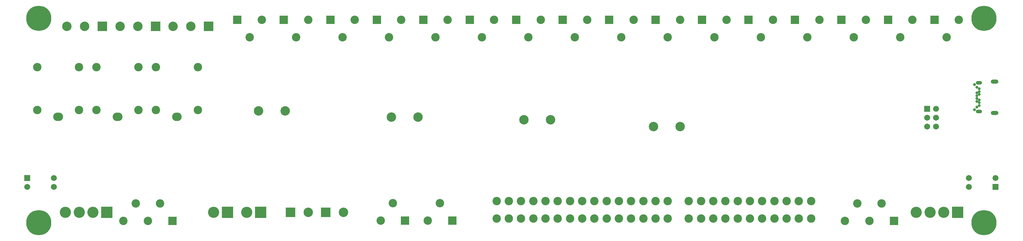
<source format=gbs>
%FSLAX44Y44*%
%MOMM*%
G71*
G01*
G75*
G04 Layer_Color=16711935*
%ADD10O,1.9000X0.6000*%
%ADD11R,1.1000X1.0000*%
%ADD12R,1.6200X1.3700*%
%ADD13R,1.0000X1.1000*%
%ADD14R,0.8000X0.9000*%
%ADD15R,0.7000X0.9000*%
%ADD16R,1.3700X1.6200*%
%ADD17R,3.0000X1.2000*%
%ADD18R,1.2000X3.0000*%
%ADD19R,5.0000X4.7500*%
%ADD20R,1.5000X1.7500*%
%ADD21R,5.5000X6.7000*%
%ADD22R,0.9500X2.2000*%
%ADD23R,4.7500X5.0000*%
%ADD24R,1.7500X1.5000*%
%ADD25R,1.1000X3.5000*%
%ADD26R,10.5000X8.6000*%
%ADD27R,0.6000X1.6000*%
%ADD28O,2.6000X0.7000*%
%ADD29R,3.6000X1.5000*%
%ADD30R,3.5000X1.5000*%
%ADD31R,0.9000X0.3000*%
%ADD32O,2.5000X0.7000*%
%ADD33R,1.2700X1.5240*%
%ADD34R,2.4000X2.0000*%
%ADD35R,2.4000X2.0000*%
%ADD36R,1.6000X0.6000*%
%ADD37C,0.3000*%
%ADD38C,0.5000*%
%ADD39C,0.4000*%
%ADD40C,0.2540*%
%ADD41C,0.7000*%
%ADD42C,2.0000*%
%ADD43C,1.9000*%
%ADD44C,1.0000*%
%ADD45C,7.0000*%
%ADD46C,2.2000*%
%ADD47R,1.5000X1.5000*%
%ADD48C,1.5000*%
%ADD49C,2.5000*%
%ADD50R,2.2000X2.2000*%
%ADD51R,3.0000X3.0000*%
%ADD52C,3.0000*%
%ADD53R,2.5000X2.5000*%
%ADD54C,1.5240*%
%ADD55R,1.5000X1.5000*%
%ADD56C,0.6500*%
%ADD57O,2.0000X1.0000*%
%ADD58O,1.6000X0.8000*%
%ADD59C,0.6000*%
%ADD60C,0.8000*%
%ADD61C,1.2000*%
%ADD62C,1.2500*%
%ADD63C,1.5000*%
%ADD64C,1.8000*%
%ADD65C,2.5000*%
%ADD66C,3.0000*%
%ADD67C,1.1000*%
%ADD68C,1.2000*%
%ADD69C,1.3000*%
%ADD70C,1.4000*%
%ADD71C,1.6000*%
%ADD72C,1.7000*%
%ADD73C,2.1000*%
%ADD74C,2.2000*%
%ADD75C,2.3000*%
%ADD76C,2.4000*%
%ADD77C,0.1500*%
%ADD78C,0.2500*%
%ADD79C,0.6000*%
%ADD80C,0.2000*%
%ADD81C,0.0508*%
%ADD82C,0.0254*%
%ADD83C,0.1270*%
%ADD84C,0.1524*%
%ADD85C,0.2032*%
%ADD86R,2.1000X0.5250*%
%ADD87R,0.5250X2.1000*%
%ADD88R,15.8969X2.5400*%
%ADD89R,8.0264X2.5400*%
%ADD90O,2.1032X0.8032*%
%ADD91R,1.3032X1.2032*%
%ADD92R,1.8232X1.5732*%
%ADD93R,1.2032X1.3032*%
%ADD94R,1.0032X1.1032*%
%ADD95R,0.9032X1.1032*%
%ADD96R,1.5732X1.8232*%
%ADD97R,3.2032X1.4032*%
%ADD98R,1.4032X3.2032*%
%ADD99R,5.2032X4.9532*%
%ADD100R,1.7032X1.9532*%
%ADD101R,5.7032X6.9032*%
%ADD102R,1.1532X2.4032*%
%ADD103R,4.9532X5.2032*%
%ADD104R,1.9532X1.7032*%
%ADD105R,1.3032X3.7032*%
%ADD106R,10.7032X8.8032*%
%ADD107R,0.8032X1.8032*%
%ADD108O,2.8032X0.9032*%
%ADD109R,3.8032X1.7032*%
%ADD110R,3.7032X1.7032*%
%ADD111R,1.1032X0.5032*%
%ADD112O,2.7032X0.9032*%
%ADD113R,1.4732X1.7272*%
%ADD114R,2.6032X2.2032*%
%ADD115R,2.6032X2.2032*%
%ADD116R,1.8032X0.8032*%
%ADD117C,7.2032*%
%ADD118C,2.4032*%
%ADD119R,1.7032X1.7032*%
%ADD120C,1.7032*%
%ADD121C,2.7032*%
%ADD122R,2.4032X2.4032*%
%ADD123R,3.2032X3.2032*%
%ADD124C,3.2032*%
%ADD125R,2.7032X2.7032*%
%ADD126C,1.7272*%
%ADD127R,1.7032X1.7032*%
%ADD128C,0.8532*%
%ADD129O,2.2032X1.2032*%
%ADD130O,1.8032X1.0032*%
%ADD131C,0.8032*%
D117*
X300000Y300000D02*
D03*
Y885000D02*
D03*
X3005000Y300000D02*
D03*
Y885000D02*
D03*
D118*
X1960000Y312000D02*
D03*
Y362000D02*
D03*
X1995000D02*
D03*
Y312000D02*
D03*
X2030000Y362000D02*
D03*
Y312000D02*
D03*
X2065000Y362000D02*
D03*
Y312000D02*
D03*
X2100000Y362000D02*
D03*
Y312000D02*
D03*
X1785000D02*
D03*
Y362000D02*
D03*
X1820000D02*
D03*
Y312000D02*
D03*
X1855000Y362000D02*
D03*
Y312000D02*
D03*
X1890000Y362000D02*
D03*
Y312000D02*
D03*
X1925000Y362000D02*
D03*
Y312000D02*
D03*
X1750000D02*
D03*
Y362000D02*
D03*
X1715000Y312000D02*
D03*
Y362000D02*
D03*
X1680000Y312000D02*
D03*
Y362000D02*
D03*
X1645000Y312000D02*
D03*
Y362000D02*
D03*
X1610000D02*
D03*
Y312000D02*
D03*
X2160000D02*
D03*
Y362000D02*
D03*
X2195000D02*
D03*
Y312000D02*
D03*
X2230000Y362000D02*
D03*
Y312000D02*
D03*
X2265000Y362000D02*
D03*
Y312000D02*
D03*
X2300000Y362000D02*
D03*
Y312000D02*
D03*
X2475000D02*
D03*
Y362000D02*
D03*
X2440000Y312000D02*
D03*
Y362000D02*
D03*
X2405000Y312000D02*
D03*
Y362000D02*
D03*
X2370000Y312000D02*
D03*
Y362000D02*
D03*
X2335000D02*
D03*
Y312000D02*
D03*
X2510000Y362000D02*
D03*
Y312000D02*
D03*
X2712000Y355000D02*
D03*
X2677000Y305000D02*
D03*
X2642000Y355000D02*
D03*
X2607000Y305000D02*
D03*
X647000Y355000D02*
D03*
X612000Y305000D02*
D03*
X577000Y355000D02*
D03*
X542000Y305000D02*
D03*
X755000Y623000D02*
D03*
X635000D02*
D03*
Y745000D02*
D03*
X755000D02*
D03*
X695000Y603000D02*
D03*
X693000D02*
D03*
X697000D02*
D03*
X585000Y623000D02*
D03*
X465000D02*
D03*
Y745000D02*
D03*
X585000D02*
D03*
X525000Y603000D02*
D03*
X523000D02*
D03*
X527000D02*
D03*
X415000Y623000D02*
D03*
X295000D02*
D03*
Y745000D02*
D03*
X415000D02*
D03*
X355000Y603000D02*
D03*
X353000D02*
D03*
X357000D02*
D03*
X1448000Y356000D02*
D03*
X1413000Y306000D02*
D03*
X1313000Y356000D02*
D03*
X1278000Y306000D02*
D03*
X2499000Y831000D02*
D03*
X2534000Y881000D02*
D03*
X2632000Y831000D02*
D03*
X2667000Y881000D02*
D03*
X2765000Y831000D02*
D03*
X2800000Y881000D02*
D03*
X2898000Y831000D02*
D03*
X2933000Y881000D02*
D03*
X1967000Y831000D02*
D03*
X2002000Y881000D02*
D03*
X2100000Y831000D02*
D03*
X2135000Y881000D02*
D03*
X2233000Y831000D02*
D03*
X2268000Y881000D02*
D03*
X2366000Y831000D02*
D03*
X2401000Y881000D02*
D03*
X1435000Y831000D02*
D03*
X1470000Y881000D02*
D03*
X1568000Y831000D02*
D03*
X1603000Y881000D02*
D03*
X1701000Y831000D02*
D03*
X1736000Y881000D02*
D03*
X1834000Y831000D02*
D03*
X1869000Y881000D02*
D03*
X903000Y831000D02*
D03*
X938000Y881000D02*
D03*
X1036000Y831000D02*
D03*
X1071000Y881000D02*
D03*
X1169000Y831000D02*
D03*
X1204000Y881000D02*
D03*
X1302000Y831000D02*
D03*
X1337000Y881000D02*
D03*
D119*
X2842000Y626000D02*
D03*
D120*
X2867400D02*
D03*
X2842000Y600600D02*
D03*
X2867400D02*
D03*
X2842000Y575200D02*
D03*
X2867400D02*
D03*
X343100Y402300D02*
D03*
Y427700D02*
D03*
X266900Y402300D02*
D03*
X2961900Y427700D02*
D03*
Y402300D02*
D03*
X3038100Y427700D02*
D03*
D121*
X1005000Y620000D02*
D03*
X929000D02*
D03*
X1071000Y330000D02*
D03*
X1172000D02*
D03*
X735000Y862000D02*
D03*
X684200D02*
D03*
X583000D02*
D03*
X532200D02*
D03*
X431000D02*
D03*
X380200D02*
D03*
X2135000Y575000D02*
D03*
X2059000D02*
D03*
X1385000Y602000D02*
D03*
X1309000D02*
D03*
X1764000Y595000D02*
D03*
X1688000D02*
D03*
D122*
X2747000Y305000D02*
D03*
X682000D02*
D03*
X1483000Y306000D02*
D03*
X1348000D02*
D03*
X2464000Y881000D02*
D03*
X2597000Y881000D02*
D03*
X2730000Y881000D02*
D03*
X2863000Y881000D02*
D03*
X1932000Y881000D02*
D03*
X2065000D02*
D03*
X2198000D02*
D03*
X2331000D02*
D03*
X1400000D02*
D03*
X1533000D02*
D03*
X1666000D02*
D03*
X1799000D02*
D03*
X868000D02*
D03*
X1001000D02*
D03*
X1134000D02*
D03*
X1267000D02*
D03*
D123*
X2929436Y330000D02*
D03*
X494436D02*
D03*
X934812Y330000D02*
D03*
X839812D02*
D03*
D124*
X2889812Y330000D02*
D03*
X2850188D02*
D03*
X2810564D02*
D03*
X454812D02*
D03*
X415188D02*
D03*
X375564D02*
D03*
X895188Y330000D02*
D03*
X800188D02*
D03*
D125*
X1020200Y330000D02*
D03*
X1121200D02*
D03*
X785800Y862000D02*
D03*
X633800D02*
D03*
X481800D02*
D03*
D126*
X2987000Y318000D02*
D03*
X3023000D02*
D03*
Y282000D02*
D03*
X2987000D02*
D03*
X2979000Y300000D02*
D03*
X3031000D02*
D03*
X3005000Y274000D02*
D03*
Y326000D02*
D03*
X2987000Y903000D02*
D03*
X3023000D02*
D03*
Y867000D02*
D03*
X2987000D02*
D03*
X2979000Y885000D02*
D03*
X3031000D02*
D03*
X3005000Y859000D02*
D03*
Y911000D02*
D03*
X282000Y903000D02*
D03*
X318000D02*
D03*
Y867000D02*
D03*
X282000D02*
D03*
X274000Y885000D02*
D03*
X326000D02*
D03*
X300000Y859000D02*
D03*
Y911000D02*
D03*
X282000Y318000D02*
D03*
X318000D02*
D03*
Y282000D02*
D03*
X282000D02*
D03*
X274000Y300000D02*
D03*
X326000D02*
D03*
X300000Y274000D02*
D03*
Y326000D02*
D03*
D127*
X266900Y427700D02*
D03*
X3038100Y402300D02*
D03*
D128*
X2978000Y695500D02*
D03*
Y623500D02*
D03*
D129*
X3035000Y703900D02*
D03*
Y614100D02*
D03*
D130*
X2990500Y700800D02*
D03*
Y618200D02*
D03*
D131*
X2984500Y631500D02*
D03*
X2991500Y635500D02*
D03*
Y643500D02*
D03*
X2984500Y647500D02*
D03*
X2991500Y651500D02*
D03*
X2984500Y655500D02*
D03*
Y663500D02*
D03*
X2991500Y667500D02*
D03*
X2984500Y671500D02*
D03*
X2991500Y675500D02*
D03*
Y683500D02*
D03*
X2984500Y687500D02*
D03*
X2992986Y618208D02*
D03*
X2987779D02*
D03*
X2987804Y700808D02*
D03*
X2992986Y700808D02*
D03*
X3032305Y614118D02*
D03*
X3037486Y614108D02*
D03*
X3032305Y703907D02*
D03*
X3037486Y703908D02*
D03*
M02*

</source>
